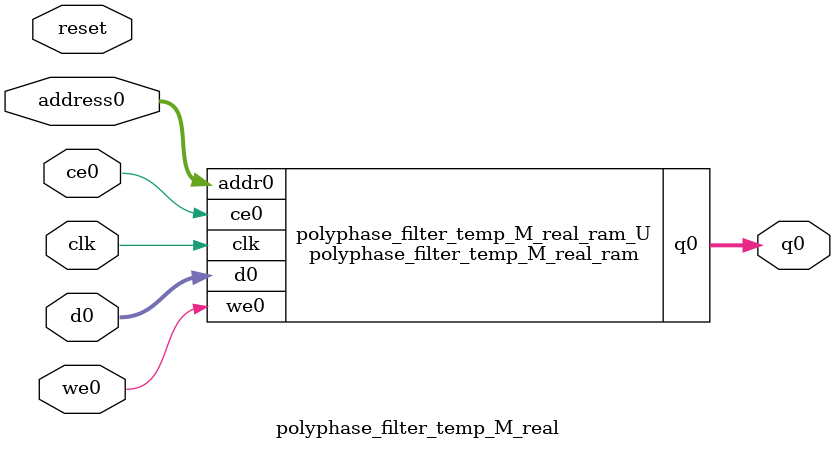
<source format=v>
`timescale 1 ns / 1 ps
module polyphase_filter_temp_M_real_ram (addr0, ce0, d0, we0, q0,  clk);

parameter DWIDTH = 32;
parameter AWIDTH = 5;
parameter MEM_SIZE = 32;

input[AWIDTH-1:0] addr0;
input ce0;
input[DWIDTH-1:0] d0;
input we0;
output reg[DWIDTH-1:0] q0;
input clk;

(* ram_style = "block" *)reg [DWIDTH-1:0] ram[0:MEM_SIZE-1];




always @(posedge clk)  
begin 
    if (ce0) 
    begin
        if (we0) 
        begin 
            ram[addr0] <= d0; 
        end 
        q0 <= ram[addr0];
    end
end


endmodule

`timescale 1 ns / 1 ps
module polyphase_filter_temp_M_real(
    reset,
    clk,
    address0,
    ce0,
    we0,
    d0,
    q0);

parameter DataWidth = 32'd32;
parameter AddressRange = 32'd32;
parameter AddressWidth = 32'd5;
input reset;
input clk;
input[AddressWidth - 1:0] address0;
input ce0;
input we0;
input[DataWidth - 1:0] d0;
output[DataWidth - 1:0] q0;



polyphase_filter_temp_M_real_ram polyphase_filter_temp_M_real_ram_U(
    .clk( clk ),
    .addr0( address0 ),
    .ce0( ce0 ),
    .we0( we0 ),
    .d0( d0 ),
    .q0( q0 ));

endmodule


</source>
